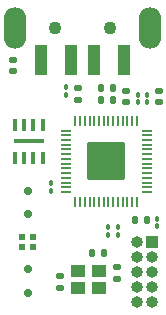
<source format=gts>
G04 #@! TF.GenerationSoftware,KiCad,Pcbnew,(6.0.4-0)*
G04 #@! TF.CreationDate,2022-05-04T20:04:52-04:00*
G04 #@! TF.ProjectId,pico_ducky_pcb,7069636f-5f64-4756-936b-795f7063622e,rev?*
G04 #@! TF.SameCoordinates,Original*
G04 #@! TF.FileFunction,Soldermask,Top*
G04 #@! TF.FilePolarity,Negative*
%FSLAX46Y46*%
G04 Gerber Fmt 4.6, Leading zero omitted, Abs format (unit mm)*
G04 Created by KiCad (PCBNEW (6.0.4-0)) date 2022-05-04 20:04:52*
%MOMM*%
%LPD*%
G01*
G04 APERTURE LIST*
G04 Aperture macros list*
%AMRoundRect*
0 Rectangle with rounded corners*
0 $1 Rounding radius*
0 $2 $3 $4 $5 $6 $7 $8 $9 X,Y pos of 4 corners*
0 Add a 4 corners polygon primitive as box body*
4,1,4,$2,$3,$4,$5,$6,$7,$8,$9,$2,$3,0*
0 Add four circle primitives for the rounded corners*
1,1,$1+$1,$2,$3*
1,1,$1+$1,$4,$5*
1,1,$1+$1,$6,$7*
1,1,$1+$1,$8,$9*
0 Add four rect primitives between the rounded corners*
20,1,$1+$1,$2,$3,$4,$5,0*
20,1,$1+$1,$4,$5,$6,$7,0*
20,1,$1+$1,$6,$7,$8,$9,0*
20,1,$1+$1,$8,$9,$2,$3,0*%
G04 Aperture macros list end*
%ADD10RoundRect,0.135000X0.135000X0.185000X-0.135000X0.185000X-0.135000X-0.185000X0.135000X-0.185000X0*%
%ADD11RoundRect,0.140000X0.170000X-0.140000X0.170000X0.140000X-0.170000X0.140000X-0.170000X-0.140000X0*%
%ADD12R,0.500000X0.500000*%
%ADD13R,1.150000X1.000000*%
%ADD14RoundRect,0.100000X-0.100000X0.130000X-0.100000X-0.130000X0.100000X-0.130000X0.100000X0.130000X0*%
%ADD15RoundRect,0.140000X-0.170000X0.140000X-0.170000X-0.140000X0.170000X-0.140000X0.170000X0.140000X0*%
%ADD16RoundRect,0.100000X0.100000X-0.130000X0.100000X0.130000X-0.100000X0.130000X-0.100000X-0.130000X0*%
%ADD17RoundRect,0.050000X-0.387500X-0.050000X0.387500X-0.050000X0.387500X0.050000X-0.387500X0.050000X0*%
%ADD18RoundRect,0.050000X-0.050000X-0.387500X0.050000X-0.387500X0.050000X0.387500X-0.050000X0.387500X0*%
%ADD19RoundRect,0.144000X-1.456000X-1.456000X1.456000X-1.456000X1.456000X1.456000X-1.456000X1.456000X0*%
%ADD20RoundRect,0.135000X0.185000X-0.135000X0.185000X0.135000X-0.185000X0.135000X-0.185000X-0.135000X0*%
%ADD21R,0.350000X1.100000*%
%ADD22R,2.600000X0.300000*%
%ADD23C,1.100000*%
%ADD24R,1.100000X2.500000*%
%ADD25O,1.900000X3.500000*%
%ADD26C,0.711200*%
%ADD27R,1.000000X1.000000*%
%ADD28O,1.000000X1.000000*%
G04 APERTURE END LIST*
D10*
X89610000Y-48200000D03*
X88590000Y-48200000D03*
D11*
X89925000Y-64330000D03*
X89925000Y-63370000D03*
D12*
X81900000Y-61675000D03*
X82800000Y-61675000D03*
X82800000Y-60775000D03*
X81900000Y-60775000D03*
D10*
X88785000Y-62150000D03*
X87765000Y-62150000D03*
D13*
X88400000Y-63700000D03*
X86650000Y-63700000D03*
X86650000Y-65100000D03*
X88400000Y-65100000D03*
D14*
X92500000Y-48780000D03*
X92500000Y-49420000D03*
X85630000Y-48130000D03*
X85630000Y-48770000D03*
D15*
X81100000Y-45820000D03*
X81100000Y-46780000D03*
D16*
X93300000Y-59920000D03*
X93300000Y-59280000D03*
D10*
X92430000Y-59400000D03*
X91410000Y-59400000D03*
D16*
X89980000Y-60620000D03*
X89980000Y-59980000D03*
X84300000Y-56920000D03*
X84300000Y-56280000D03*
D17*
X85562500Y-51800000D03*
X85562500Y-52200000D03*
X85562500Y-52600000D03*
X85562500Y-53000000D03*
X85562500Y-53400000D03*
X85562500Y-53800000D03*
X85562500Y-54200000D03*
X85562500Y-54600000D03*
X85562500Y-55000000D03*
X85562500Y-55400000D03*
X85562500Y-55800000D03*
X85562500Y-56200000D03*
X85562500Y-56600000D03*
X85562500Y-57000000D03*
D18*
X86400000Y-57837500D03*
X86800000Y-57837500D03*
X87200000Y-57837500D03*
X87600000Y-57837500D03*
X88000000Y-57837500D03*
X88400000Y-57837500D03*
X88800000Y-57837500D03*
X89200000Y-57837500D03*
X89600000Y-57837500D03*
X90000000Y-57837500D03*
X90400000Y-57837500D03*
X90800000Y-57837500D03*
X91200000Y-57837500D03*
X91600000Y-57837500D03*
D17*
X92437500Y-57000000D03*
X92437500Y-56600000D03*
X92437500Y-56200000D03*
X92437500Y-55800000D03*
X92437500Y-55400000D03*
X92437500Y-55000000D03*
X92437500Y-54600000D03*
X92437500Y-54200000D03*
X92437500Y-53800000D03*
X92437500Y-53400000D03*
X92437500Y-53000000D03*
X92437500Y-52600000D03*
X92437500Y-52200000D03*
X92437500Y-51800000D03*
D18*
X91600000Y-50962500D03*
X91200000Y-50962500D03*
X90800000Y-50962500D03*
X90400000Y-50962500D03*
X90000000Y-50962500D03*
X89600000Y-50962500D03*
X89200000Y-50962500D03*
X88800000Y-50962500D03*
X88400000Y-50962500D03*
X88000000Y-50962500D03*
X87600000Y-50962500D03*
X87200000Y-50962500D03*
X86800000Y-50962500D03*
X86400000Y-50962500D03*
D19*
X89000000Y-54400000D03*
D15*
X90700000Y-48420000D03*
X90700000Y-49380000D03*
D16*
X89180000Y-60620000D03*
X89180000Y-59980000D03*
D14*
X91660000Y-48780000D03*
X91660000Y-49420000D03*
D20*
X86640000Y-49200000D03*
X86640000Y-48180000D03*
D21*
X83650000Y-51300000D03*
X82850000Y-51300000D03*
X82050000Y-51300000D03*
X81250000Y-51300000D03*
X81250000Y-54100000D03*
X82050000Y-54100000D03*
X82850000Y-54100000D03*
X83650000Y-54100000D03*
D22*
X82450000Y-52700000D03*
D15*
X93450000Y-48420000D03*
X93450000Y-49380000D03*
D23*
X84700000Y-43100000D03*
X89300000Y-43100000D03*
D24*
X83500000Y-45850000D03*
X86000000Y-45850000D03*
X88000000Y-45850000D03*
X90500000Y-45850000D03*
D25*
X81300000Y-43100000D03*
X92700000Y-43100000D03*
D11*
X85125000Y-65110000D03*
X85125000Y-64150000D03*
D10*
X89610000Y-49250000D03*
X88590000Y-49250000D03*
D26*
X82354200Y-56899999D03*
X82354200Y-58900001D03*
X82354200Y-65550001D03*
X82354200Y-63549999D03*
D27*
X92860000Y-61200000D03*
D28*
X91590000Y-61200000D03*
X92860000Y-62470000D03*
X91590000Y-62470000D03*
X92860000Y-63740000D03*
X91590000Y-63740000D03*
X92860000Y-65010000D03*
X91590000Y-65010000D03*
X92860000Y-66280000D03*
X91590000Y-66280000D03*
M02*

</source>
